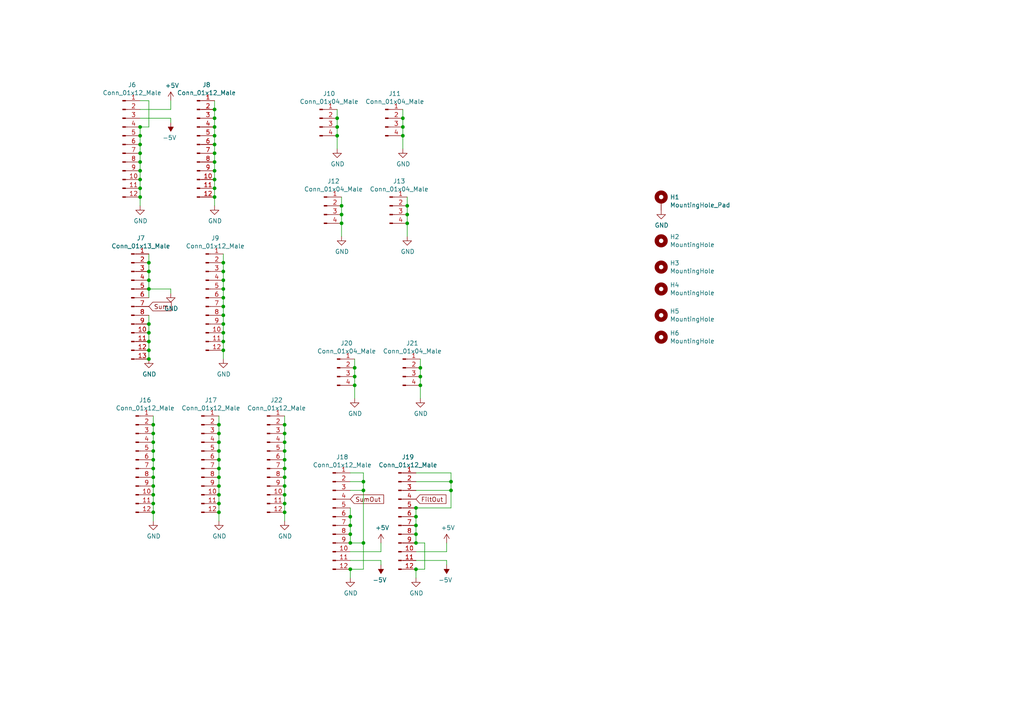
<source format=kicad_sch>
(kicad_sch (version 20211123) (generator eeschema)
  (paper "A4")
  (lib_symbols
    (symbol "Connector:Conn_01x04_Male" (pin_names (offset 1.016) hide)
      (property "Reference" "J" (at 0 5.08 0))
      (property "Value" "Conn_01x04_Male" (at 0 -7.62 0))
      (symbol "Conn_01x04_Male_1_1"
        (polyline (pts (xy 1.27 -5.08) (xy 0.8636 -5.08)) (stroke (width 0.1524)))
        (polyline (pts (xy 1.27 -2.54) (xy 0.8636 -2.54)) (stroke (width 0.1524)))
        (polyline (pts (xy 1.27 0) (xy 0.8636 0)) (stroke (width 0.1524)))
        (polyline (pts (xy 1.27 2.54) (xy 0.8636 2.54)) (stroke (width 0.1524)))
        (rectangle (start 0.8636 -4.953) (end 0 -5.207) (stroke (width 0.1524)) (fill (type outline)))
        (rectangle (start 0.8636 -2.413) (end 0 -2.667) (stroke (width 0.1524)) (fill (type outline)))
        (rectangle (start 0.8636 0.127) (end 0 -0.127) (stroke (width 0.1524)) (fill (type outline)))
        (rectangle (start 0.8636 2.667) (end 0 2.413) (stroke (width 0.1524)) (fill (type outline)))
        (pin passive line (at 5.08 2.54 180) (length 3.81) (name "Pin_1") (number "1"))
        (pin passive line (at 5.08 0 180) (length 3.81) (name "Pin_2") (number "2"))
        (pin passive line (at 5.08 -2.54 180) (length 3.81) (name "Pin_3") (number "3"))
        (pin passive line (at 5.08 -5.08 180) (length 3.81) (name "Pin_4") (number "4"))
      )
    )
    (symbol "Connector:Conn_01x12_Male" (pin_names (offset 1.016) hide)
      (property "Reference" "J" (at 0 15.24 0))
      (property "Value" "Conn_01x12_Male" (at 0 -17.78 0))
      (symbol "Conn_01x12_Male_1_1"
        (polyline (pts (xy 1.27 -15.24) (xy 0.8636 -15.24)) (stroke (width 0.1524)))
        (polyline (pts (xy 1.27 -12.7) (xy 0.8636 -12.7)) (stroke (width 0.1524)))
        (polyline (pts (xy 1.27 -10.16) (xy 0.8636 -10.16)) (stroke (width 0.1524)))
        (polyline (pts (xy 1.27 -7.62) (xy 0.8636 -7.62)) (stroke (width 0.1524)))
        (polyline (pts (xy 1.27 -5.08) (xy 0.8636 -5.08)) (stroke (width 0.1524)))
        (polyline (pts (xy 1.27 -2.54) (xy 0.8636 -2.54)) (stroke (width 0.1524)))
        (polyline (pts (xy 1.27 0) (xy 0.8636 0)) (stroke (width 0.1524)))
        (polyline (pts (xy 1.27 2.54) (xy 0.8636 2.54)) (stroke (width 0.1524)))
        (polyline (pts (xy 1.27 5.08) (xy 0.8636 5.08)) (stroke (width 0.1524)))
        (polyline (pts (xy 1.27 7.62) (xy 0.8636 7.62)) (stroke (width 0.1524)))
        (polyline (pts (xy 1.27 10.16) (xy 0.8636 10.16)) (stroke (width 0.1524)))
        (polyline (pts (xy 1.27 12.7) (xy 0.8636 12.7)) (stroke (width 0.1524)))
        (rectangle (start 0.8636 -15.113) (end 0 -15.367) (stroke (width 0.1524)) (fill (type outline)))
        (rectangle (start 0.8636 -12.573) (end 0 -12.827) (stroke (width 0.1524)) (fill (type outline)))
        (rectangle (start 0.8636 -10.033) (end 0 -10.287) (stroke (width 0.1524)) (fill (type outline)))
        (rectangle (start 0.8636 -7.493) (end 0 -7.747) (stroke (width 0.1524)) (fill (type outline)))
        (rectangle (start 0.8636 -4.953) (end 0 -5.207) (stroke (width 0.1524)) (fill (type outline)))
        (rectangle (start 0.8636 -2.413) (end 0 -2.667) (stroke (width 0.1524)) (fill (type outline)))
        (rectangle (start 0.8636 0.127) (end 0 -0.127) (stroke (width 0.1524)) (fill (type outline)))
        (rectangle (start 0.8636 2.667) (end 0 2.413) (stroke (width 0.1524)) (fill (type outline)))
        (rectangle (start 0.8636 5.207) (end 0 4.953) (stroke (width 0.1524)) (fill (type outline)))
        (rectangle (start 0.8636 7.747) (end 0 7.493) (stroke (width 0.1524)) (fill (type outline)))
        (rectangle (start 0.8636 10.287) (end 0 10.033) (stroke (width 0.1524)) (fill (type outline)))
        (rectangle (start 0.8636 12.827) (end 0 12.573) (stroke (width 0.1524)) (fill (type outline)))
        (pin passive line (at 5.08 12.7 180) (length 3.81) (name "Pin_1") (number "1"))
        (pin passive line (at 5.08 -10.16 180) (length 3.81) (name "Pin_10") (number "10"))
        (pin passive line (at 5.08 -12.7 180) (length 3.81) (name "Pin_11") (number "11"))
        (pin passive line (at 5.08 -15.24 180) (length 3.81) (name "Pin_12") (number "12"))
        (pin passive line (at 5.08 10.16 180) (length 3.81) (name "Pin_2") (number "2"))
        (pin passive line (at 5.08 7.62 180) (length 3.81) (name "Pin_3") (number "3"))
        (pin passive line (at 5.08 5.08 180) (length 3.81) (name "Pin_4") (number "4"))
        (pin passive line (at 5.08 2.54 180) (length 3.81) (name "Pin_5") (number "5"))
        (pin passive line (at 5.08 0 180) (length 3.81) (name "Pin_6") (number "6"))
        (pin passive line (at 5.08 -2.54 180) (length 3.81) (name "Pin_7") (number "7"))
        (pin passive line (at 5.08 -5.08 180) (length 3.81) (name "Pin_8") (number "8"))
        (pin passive line (at 5.08 -7.62 180) (length 3.81) (name "Pin_9") (number "9"))
      )
    )
    (symbol "Connector:Conn_01x13_Male" (pin_names (offset 1.016) hide)
      (property "Reference" "J" (at 0 17.78 0))
      (property "Value" "Conn_01x13_Male" (at 0 -17.78 0))
      (symbol "Conn_01x13_Male_1_1"
        (polyline (pts (xy 1.27 -15.24) (xy 0.8636 -15.24)) (stroke (width 0.1524)))
        (polyline (pts (xy 1.27 -12.7) (xy 0.8636 -12.7)) (stroke (width 0.1524)))
        (polyline (pts (xy 1.27 -10.16) (xy 0.8636 -10.16)) (stroke (width 0.1524)))
        (polyline (pts (xy 1.27 -7.62) (xy 0.8636 -7.62)) (stroke (width 0.1524)))
        (polyline (pts (xy 1.27 -5.08) (xy 0.8636 -5.08)) (stroke (width 0.1524)))
        (polyline (pts (xy 1.27 -2.54) (xy 0.8636 -2.54)) (stroke (width 0.1524)))
        (polyline (pts (xy 1.27 0) (xy 0.8636 0)) (stroke (width 0.1524)))
        (polyline (pts (xy 1.27 2.54) (xy 0.8636 2.54)) (stroke (width 0.1524)))
        (polyline (pts (xy 1.27 5.08) (xy 0.8636 5.08)) (stroke (width 0.1524)))
        (polyline (pts (xy 1.27 7.62) (xy 0.8636 7.62)) (stroke (width 0.1524)))
        (polyline (pts (xy 1.27 10.16) (xy 0.8636 10.16)) (stroke (width 0.1524)))
        (polyline (pts (xy 1.27 12.7) (xy 0.8636 12.7)) (stroke (width 0.1524)))
        (polyline (pts (xy 1.27 15.24) (xy 0.8636 15.24)) (stroke (width 0.1524)))
        (rectangle (start 0.8636 -15.113) (end 0 -15.367) (stroke (width 0.1524)) (fill (type outline)))
        (rectangle (start 0.8636 -12.573) (end 0 -12.827) (stroke (width 0.1524)) (fill (type outline)))
        (rectangle (start 0.8636 -10.033) (end 0 -10.287) (stroke (width 0.1524)) (fill (type outline)))
        (rectangle (start 0.8636 -7.493) (end 0 -7.747) (stroke (width 0.1524)) (fill (type outline)))
        (rectangle (start 0.8636 -4.953) (end 0 -5.207) (stroke (width 0.1524)) (fill (type outline)))
        (rectangle (start 0.8636 -2.413) (end 0 -2.667) (stroke (width 0.1524)) (fill (type outline)))
        (rectangle (start 0.8636 0.127) (end 0 -0.127) (stroke (width 0.1524)) (fill (type outline)))
        (rectangle (start 0.8636 2.667) (end 0 2.413) (stroke (width 0.1524)) (fill (type outline)))
        (rectangle (start 0.8636 5.207) (end 0 4.953) (stroke (width 0.1524)) (fill (type outline)))
        (rectangle (start 0.8636 7.747) (end 0 7.493) (stroke (width 0.1524)) (fill (type outline)))
        (rectangle (start 0.8636 10.287) (end 0 10.033) (stroke (width 0.1524)) (fill (type outline)))
        (rectangle (start 0.8636 12.827) (end 0 12.573) (stroke (width 0.1524)) (fill (type outline)))
        (rectangle (start 0.8636 15.367) (end 0 15.113) (stroke (width 0.1524)) (fill (type outline)))
        (pin passive line (at 5.08 15.24 180) (length 3.81) (name "Pin_1") (number "1"))
        (pin passive line (at 5.08 -7.62 180) (length 3.81) (name "Pin_10") (number "10"))
        (pin passive line (at 5.08 -10.16 180) (length 3.81) (name "Pin_11") (number "11"))
        (pin passive line (at 5.08 -12.7 180) (length 3.81) (name "Pin_12") (number "12"))
        (pin passive line (at 5.08 -15.24 180) (length 3.81) (name "Pin_13") (number "13"))
        (pin passive line (at 5.08 12.7 180) (length 3.81) (name "Pin_2") (number "2"))
        (pin passive line (at 5.08 10.16 180) (length 3.81) (name "Pin_3") (number "3"))
        (pin passive line (at 5.08 7.62 180) (length 3.81) (name "Pin_4") (number "4"))
        (pin passive line (at 5.08 5.08 180) (length 3.81) (name "Pin_5") (number "5"))
        (pin passive line (at 5.08 2.54 180) (length 3.81) (name "Pin_6") (number "6"))
        (pin passive line (at 5.08 0 180) (length 3.81) (name "Pin_7") (number "7"))
        (pin passive line (at 5.08 -2.54 180) (length 3.81) (name "Pin_8") (number "8"))
        (pin passive line (at 5.08 -5.08 180) (length 3.81) (name "Pin_9") (number "9"))
      )
    )
    (symbol "Mechanical:MountingHole" (pin_names (offset 1.016))
      (property "Reference" "H" (at 0 5.08 0))
      (property "Value" "MountingHole" (at 0 3.175 0))
      (symbol "MountingHole_0_1"
        (circle (center 0 0) (radius 1.27) (stroke (width 1.27)))
      )
    )
    (symbol "Mechanical:MountingHole_Pad" (pin_numbers hide) (pin_names (offset 1.016) hide)
      (property "Reference" "H" (at 0 6.35 0))
      (property "Value" "MountingHole_Pad" (at 0 4.445 0))
      (symbol "MountingHole_Pad_0_1"
        (circle (center 0 1.27) (radius 1.27) (stroke (width 1.27)))
      )
      (symbol "MountingHole_Pad_1_1"
        (pin input line (at 0 -2.54 90) (length 2.54) (name "1") (number "1"))
      )
    )
    (symbol "power:+5V" (power) (pin_names (offset 0))
      (property "Value" "+5V" (at 0 3.556 0))
      (symbol "+5V_0_1"
        (polyline (pts (xy -0.762 1.27) (xy 0 2.54)))
        (polyline (pts (xy 0 0) (xy 0 2.54)))
        (polyline (pts (xy 0 2.54) (xy 0.762 1.27)))
      )
      (symbol "+5V_1_1"
        (pin power_in line (at 0 0 90) (length 0) hide (name "+5V") (number "1"))
      )
    )
    (symbol "power:-5V" (power) (pin_names (offset 0))
      (property "Value" "-5V" (at 0 3.81 0))
      (symbol "-5V_0_0"
        (pin power_in line (at 0 0 90) (length 0) hide (name "-5V") (number "1"))
      )
      (symbol "-5V_0_1"
        (polyline (pts (xy 0 0) (xy 0 1.27) (xy 0.762 1.27) (xy 0 2.54) (xy -0.762 1.27) (xy 0 1.27)) (fill (type outline)))
      )
    )
    (symbol "power:GND" (power) (pin_names (offset 0))
      (property "Value" "GND" (at 0 -3.81 0))
      (symbol "GND_0_1"
        (polyline (pts (xy 0 0) (xy 0 -1.27) (xy 1.27 -1.27) (xy 0 -2.54) (xy -1.27 -1.27) (xy 0 -1.27)))
      )
      (symbol "GND_1_1"
        (pin power_in line (at 0 0 270) (length 0) hide (name "GND") (number "1"))
      )
    )
  )
  (junction (at 44.45 148.59))
  (junction (at 120.65 147.32))
  (junction (at 63.5 143.51))
  (junction (at 40.64 57.15))
  (junction (at 101.6 157.48))
  (junction (at 40.64 44.45))
  (junction (at 82.55 123.19))
  (junction (at 44.45 123.19))
  (junction (at 101.6 154.94))
  (junction (at 99.06 62.23))
  (junction (at 120.65 157.48))
  (junction (at 63.5 146.05))
  (junction (at 82.55 148.59))
  (junction (at 116.84 36.83))
  (junction (at 130.81 139.7))
  (junction (at 63.5 125.73))
  (junction (at 64.77 86.36))
  (junction (at 43.18 81.28))
  (junction (at 40.64 49.53))
  (junction (at 44.45 133.35))
  (junction (at 44.45 135.89))
  (junction (at 44.45 140.97))
  (junction (at 82.55 138.43))
  (junction (at 101.6 165.1))
  (junction (at 82.55 135.89))
  (junction (at 64.77 101.6))
  (junction (at 102.87 106.68))
  (junction (at 102.87 109.22))
  (junction (at 64.77 91.44))
  (junction (at 64.77 99.06))
  (junction (at 120.65 149.86))
  (junction (at 62.23 46.99))
  (junction (at 105.41 142.24))
  (junction (at 44.45 138.43))
  (junction (at 63.5 130.81))
  (junction (at 40.64 52.07))
  (junction (at 44.45 143.51))
  (junction (at 99.06 59.69))
  (junction (at 40.64 36.83))
  (junction (at 64.77 83.82))
  (junction (at 121.92 106.68))
  (junction (at 105.41 157.48))
  (junction (at 40.64 39.37))
  (junction (at 102.87 111.76))
  (junction (at 118.11 62.23))
  (junction (at 120.65 165.1))
  (junction (at 43.18 101.6))
  (junction (at 44.45 125.73))
  (junction (at 43.18 104.14))
  (junction (at 99.06 64.77))
  (junction (at 130.81 142.24))
  (junction (at 120.65 152.4))
  (junction (at 116.84 39.37))
  (junction (at 97.79 34.29))
  (junction (at 118.11 64.77))
  (junction (at 64.77 96.52))
  (junction (at 97.79 36.83))
  (junction (at 101.6 152.4))
  (junction (at 82.55 130.81))
  (junction (at 62.23 57.15))
  (junction (at 63.5 148.59))
  (junction (at 62.23 41.91))
  (junction (at 40.64 41.91))
  (junction (at 62.23 39.37))
  (junction (at 40.64 54.61))
  (junction (at 43.18 78.74))
  (junction (at 82.55 125.73))
  (junction (at 64.77 81.28))
  (junction (at 63.5 140.97))
  (junction (at 82.55 140.97))
  (junction (at 82.55 128.27))
  (junction (at 63.5 133.35))
  (junction (at 62.23 36.83))
  (junction (at 121.92 109.22))
  (junction (at 63.5 135.89))
  (junction (at 40.64 46.99))
  (junction (at 62.23 54.61))
  (junction (at 82.55 146.05))
  (junction (at 105.41 139.7))
  (junction (at 43.18 99.06))
  (junction (at 63.5 123.19))
  (junction (at 82.55 133.35))
  (junction (at 44.45 146.05))
  (junction (at 62.23 49.53))
  (junction (at 43.18 96.52))
  (junction (at 64.77 93.98))
  (junction (at 62.23 52.07))
  (junction (at 64.77 88.9))
  (junction (at 43.18 93.98))
  (junction (at 120.65 154.94))
  (junction (at 116.84 34.29))
  (junction (at 43.18 83.82))
  (junction (at 63.5 138.43))
  (junction (at 44.45 128.27))
  (junction (at 121.92 111.76))
  (junction (at 118.11 59.69))
  (junction (at 62.23 31.75))
  (junction (at 62.23 44.45))
  (junction (at 43.18 76.2))
  (junction (at 44.45 130.81))
  (junction (at 63.5 128.27))
  (junction (at 62.23 34.29))
  (junction (at 97.79 39.37))
  (junction (at 82.55 143.51))
  (junction (at 64.77 76.2))
  (junction (at 64.77 78.74))
  (junction (at 101.6 149.86))
  (wire (pts (xy 43.18 93.98) (xy 43.18 96.52)))
  (wire (pts (xy 44.45 133.35) (xy 44.45 135.89)))
  (wire (pts (xy 102.87 111.76) (xy 102.87 115.57)))
  (wire (pts (xy 43.18 101.6) (xy 43.18 104.14)))
  (wire (pts (xy 64.77 93.98) (xy 64.77 96.52)))
  (wire (pts (xy 63.5 133.35) (xy 63.5 135.89)))
  (wire (pts (xy 116.84 39.37) (xy 116.84 43.18)))
  (wire (pts (xy 101.6 154.94) (xy 101.6 157.48)))
  (wire (pts (xy 43.18 81.28) (xy 43.18 83.82)))
  (wire (pts (xy 120.65 137.16) (xy 130.81 137.16)))
  (wire (pts (xy 64.77 88.9) (xy 64.77 91.44)))
  (wire (pts (xy 62.23 36.83) (xy 62.23 39.37)))
  (wire (pts (xy 82.55 143.51) (xy 82.55 146.05)))
  (wire (pts (xy 105.41 142.24) (xy 101.6 142.24)))
  (wire (pts (xy 101.6 160.02) (xy 110.49 160.02)))
  (wire (pts (xy 82.55 125.73) (xy 82.55 128.27)))
  (wire (pts (xy 63.5 130.81) (xy 63.5 133.35)))
  (wire (pts (xy 120.65 162.56) (xy 129.54 162.56)))
  (wire (pts (xy 43.18 91.44) (xy 43.18 93.98)))
  (wire (pts (xy 82.55 130.81) (xy 82.55 133.35)))
  (wire (pts (xy 63.5 138.43) (xy 63.5 140.97)))
  (wire (pts (xy 102.87 109.22) (xy 102.87 111.76)))
  (wire (pts (xy 63.5 128.27) (xy 63.5 130.81)))
  (wire (pts (xy 102.87 104.14) (xy 102.87 106.68)))
  (wire (pts (xy 110.49 162.56) (xy 110.49 163.83)))
  (wire (pts (xy 43.18 83.82) (xy 43.18 86.36)))
  (wire (pts (xy 40.64 57.15) (xy 40.64 59.69)))
  (wire (pts (xy 99.06 59.69) (xy 99.06 62.23)))
  (wire (pts (xy 64.77 86.36) (xy 64.77 88.9)))
  (wire (pts (xy 120.65 152.4) (xy 120.65 154.94)))
  (wire (pts (xy 101.6 157.48) (xy 105.41 157.48)))
  (wire (pts (xy 118.11 59.69) (xy 118.11 62.23)))
  (wire (pts (xy 63.5 120.65) (xy 63.5 123.19)))
  (wire (pts (xy 118.11 62.23) (xy 118.11 64.77)))
  (wire (pts (xy 120.65 154.94) (xy 120.65 157.48)))
  (wire (pts (xy 62.23 49.53) (xy 62.23 52.07)))
  (wire (pts (xy 101.6 149.86) (xy 101.6 152.4)))
  (wire (pts (xy 43.18 99.06) (xy 43.18 101.6)))
  (wire (pts (xy 64.77 99.06) (xy 64.77 101.6)))
  (wire (pts (xy 44.45 123.19) (xy 44.45 125.73)))
  (wire (pts (xy 40.64 44.45) (xy 40.64 46.99)))
  (wire (pts (xy 120.65 157.48) (xy 123.19 157.48)))
  (wire (pts (xy 82.55 133.35) (xy 82.55 135.89)))
  (wire (pts (xy 64.77 96.52) (xy 64.77 99.06)))
  (wire (pts (xy 120.65 149.86) (xy 120.65 152.4)))
  (wire (pts (xy 43.18 76.2) (xy 43.18 78.74)))
  (wire (pts (xy 101.6 152.4) (xy 101.6 154.94)))
  (wire (pts (xy 63.5 146.05) (xy 63.5 148.59)))
  (wire (pts (xy 82.55 120.65) (xy 82.55 123.19)))
  (wire (pts (xy 40.64 34.29) (xy 49.53 34.29)))
  (wire (pts (xy 97.79 31.75) (xy 97.79 34.29)))
  (wire (pts (xy 64.77 81.28) (xy 64.77 83.82)))
  (wire (pts (xy 105.41 165.1) (xy 101.6 165.1)))
  (wire (pts (xy 44.45 148.59) (xy 44.45 151.13)))
  (wire (pts (xy 129.54 160.02) (xy 129.54 157.48)))
  (wire (pts (xy 130.81 147.32) (xy 130.81 142.24)))
  (wire (pts (xy 40.64 54.61) (xy 40.64 57.15)))
  (wire (pts (xy 62.23 29.21) (xy 62.23 31.75)))
  (wire (pts (xy 44.45 130.81) (xy 44.45 133.35)))
  (wire (pts (xy 62.23 46.99) (xy 62.23 49.53)))
  (wire (pts (xy 129.54 162.56) (xy 129.54 163.83)))
  (wire (pts (xy 97.79 36.83) (xy 97.79 39.37)))
  (wire (pts (xy 64.77 73.66) (xy 64.77 76.2)))
  (wire (pts (xy 97.79 34.29) (xy 97.79 36.83)))
  (wire (pts (xy 121.92 109.22) (xy 121.92 111.76)))
  (wire (pts (xy 82.55 123.19) (xy 82.55 125.73)))
  (wire (pts (xy 44.45 138.43) (xy 44.45 140.97)))
  (wire (pts (xy 40.64 31.75) (xy 49.53 31.75)))
  (wire (pts (xy 62.23 54.61) (xy 62.23 57.15)))
  (wire (pts (xy 116.84 36.83) (xy 116.84 39.37)))
  (wire (pts (xy 62.23 52.07) (xy 62.23 54.61)))
  (wire (pts (xy 99.06 62.23) (xy 99.06 64.77)))
  (wire (pts (xy 43.18 83.82) (xy 49.53 83.82)))
  (wire (pts (xy 40.64 36.83) (xy 40.64 39.37)))
  (wire (pts (xy 99.06 57.15) (xy 99.06 59.69)))
  (wire (pts (xy 64.77 101.6) (xy 64.77 104.14)))
  (wire (pts (xy 121.92 111.76) (xy 121.92 115.57)))
  (wire (pts (xy 82.55 146.05) (xy 82.55 148.59)))
  (wire (pts (xy 101.6 165.1) (xy 101.6 167.64)))
  (wire (pts (xy 63.5 123.19) (xy 63.5 125.73)))
  (wire (pts (xy 123.19 157.48) (xy 123.19 165.1)))
  (wire (pts (xy 44.45 135.89) (xy 44.45 138.43)))
  (wire (pts (xy 49.53 34.29) (xy 49.53 35.56)))
  (wire (pts (xy 63.5 140.97) (xy 63.5 143.51)))
  (wire (pts (xy 101.6 139.7) (xy 105.41 139.7)))
  (wire (pts (xy 63.5 125.73) (xy 63.5 128.27)))
  (wire (pts (xy 130.81 139.7) (xy 130.81 142.24)))
  (wire (pts (xy 62.23 39.37) (xy 62.23 41.91)))
  (wire (pts (xy 64.77 83.82) (xy 64.77 86.36)))
  (wire (pts (xy 44.45 125.73) (xy 44.45 128.27)))
  (wire (pts (xy 64.77 76.2) (xy 64.77 78.74)))
  (wire (pts (xy 43.18 73.66) (xy 43.18 76.2)))
  (wire (pts (xy 62.23 31.75) (xy 62.23 34.29)))
  (wire (pts (xy 40.64 49.53) (xy 40.64 52.07)))
  (wire (pts (xy 102.87 106.68) (xy 102.87 109.22)))
  (wire (pts (xy 62.23 44.45) (xy 62.23 46.99)))
  (wire (pts (xy 118.11 57.15) (xy 118.11 59.69)))
  (wire (pts (xy 49.53 83.82) (xy 49.53 85.09)))
  (wire (pts (xy 121.92 104.14) (xy 121.92 106.68)))
  (wire (pts (xy 40.64 46.99) (xy 40.64 49.53)))
  (wire (pts (xy 120.65 160.02) (xy 129.54 160.02)))
  (wire (pts (xy 110.49 160.02) (xy 110.49 157.48)))
  (wire (pts (xy 82.55 140.97) (xy 82.55 143.51)))
  (wire (pts (xy 105.41 137.16) (xy 105.41 139.7)))
  (wire (pts (xy 63.5 135.89) (xy 63.5 138.43)))
  (wire (pts (xy 82.55 135.89) (xy 82.55 138.43)))
  (wire (pts (xy 43.18 78.74) (xy 43.18 81.28)))
  (wire (pts (xy 40.64 52.07) (xy 40.64 54.61)))
  (wire (pts (xy 105.41 157.48) (xy 105.41 165.1)))
  (wire (pts (xy 82.55 148.59) (xy 82.55 151.13)))
  (wire (pts (xy 63.5 148.59) (xy 63.5 151.13)))
  (wire (pts (xy 49.53 31.75) (xy 49.53 29.21)))
  (wire (pts (xy 101.6 137.16) (xy 105.41 137.16)))
  (wire (pts (xy 99.06 64.77) (xy 99.06 68.58)))
  (wire (pts (xy 82.55 128.27) (xy 82.55 130.81)))
  (wire (pts (xy 44.45 128.27) (xy 44.45 130.81)))
  (wire (pts (xy 62.23 34.29) (xy 62.23 36.83)))
  (wire (pts (xy 101.6 147.32) (xy 101.6 149.86)))
  (wire (pts (xy 40.64 41.91) (xy 40.64 44.45)))
  (wire (pts (xy 120.65 165.1) (xy 120.65 167.64)))
  (wire (pts (xy 43.18 36.83) (xy 40.64 36.83)))
  (wire (pts (xy 105.41 157.48) (xy 105.41 142.24)))
  (wire (pts (xy 130.81 142.24) (xy 120.65 142.24)))
  (wire (pts (xy 40.64 29.21) (xy 43.18 29.21)))
  (wire (pts (xy 118.11 64.77) (xy 118.11 68.58)))
  (wire (pts (xy 43.18 29.21) (xy 43.18 36.83)))
  (wire (pts (xy 40.64 39.37) (xy 40.64 41.91)))
  (wire (pts (xy 64.77 91.44) (xy 64.77 93.98)))
  (wire (pts (xy 82.55 138.43) (xy 82.55 140.97)))
  (wire (pts (xy 116.84 31.75) (xy 116.84 34.29)))
  (wire (pts (xy 101.6 162.56) (xy 110.49 162.56)))
  (wire (pts (xy 44.45 143.51) (xy 44.45 146.05)))
  (wire (pts (xy 43.18 96.52) (xy 43.18 99.06)))
  (wire (pts (xy 62.23 57.15) (xy 62.23 59.69)))
  (wire (pts (xy 105.41 139.7) (xy 105.41 142.24)))
  (wire (pts (xy 120.65 147.32) (xy 130.81 147.32)))
  (wire (pts (xy 120.65 147.32) (xy 120.65 149.86)))
  (wire (pts (xy 123.19 165.1) (xy 120.65 165.1)))
  (wire (pts (xy 120.65 139.7) (xy 130.81 139.7)))
  (wire (pts (xy 44.45 140.97) (xy 44.45 143.51)))
  (wire (pts (xy 130.81 137.16) (xy 130.81 139.7)))
  (wire (pts (xy 44.45 120.65) (xy 44.45 123.19)))
  (wire (pts (xy 44.45 146.05) (xy 44.45 148.59)))
  (wire (pts (xy 116.84 34.29) (xy 116.84 36.83)))
  (wire (pts (xy 63.5 143.51) (xy 63.5 146.05)))
  (wire (pts (xy 64.77 78.74) (xy 64.77 81.28)))
  (wire (pts (xy 121.92 106.68) (xy 121.92 109.22)))
  (wire (pts (xy 97.79 39.37) (xy 97.79 43.18)))
  (wire (pts (xy 62.23 41.91) (xy 62.23 44.45)))
  (global_label "Sum" (shape input) (at 43.18 88.9 0) (property "Intersheet References" "${INTERSHEET_REFS}" (effects hide)))
  (global_label "SumOut" (shape input) (at 101.6 144.78 0) (property "Intersheet References" "${INTERSHEET_REFS}" (effects hide)))
  (global_label "FiltOut" (shape input) (at 120.65 144.78 0) (property "Intersheet References" "${INTERSHEET_REFS}" (effects hide)))
  (symbol (lib_id "Connector:Conn_01x12_Male") (at 35.56 41.91 0) (unit 1)
    (property "Reference" "J6" (at 38.3032 24.6126 0))
    (property "Value" "Conn_01x12_Male" (at 38.3032 26.924 0))
    (property "Footprint" "Connector_PinHeader_2.54mm:PinHeader_1x12_P2.54mm_Vertical" (effects hide))
  )
  (symbol (lib_id "power:GND") (at 40.64 59.69 0) (unit 1)
    (property "Reference" "#PWR0138" (effects hide))
    (property "Value" "GND" (at 40.767 64.0842 0))
  )
  (symbol (lib_id "Connector:Conn_01x12_Male") (at 57.15 41.91 0) (unit 1)
    (property "Reference" "J8" (at 59.8932 24.6126 0))
    (property "Value" "Conn_01x12_Male" (at 59.8932 26.924 0))
    (property "Footprint" "Connector_PinHeader_2.54mm:PinHeader_1x12_P2.54mm_Vertical" (effects hide))
  )
  (symbol (lib_id "power:GND") (at 62.23 59.69 0) (unit 1)
    (property "Reference" "#PWR0139" (effects hide))
    (property "Value" "GND" (at 62.357 64.0842 0))
  )
  (symbol (lib_id "power:GND") (at 43.18 104.14 0) (unit 1)
    (property "Reference" "#PWR0140" (effects hide))
    (property "Value" "GND" (at 43.307 108.5342 0))
  )
  (symbol (lib_id "Connector:Conn_01x12_Male") (at 59.69 86.36 0) (unit 1)
    (property "Reference" "J9" (at 62.4332 69.0626 0))
    (property "Value" "Conn_01x12_Male" (at 62.4332 71.374 0))
    (property "Footprint" "Connector_PinHeader_2.54mm:PinHeader_1x12_P2.54mm_Vertical" (effects hide))
  )
  (symbol (lib_id "power:GND") (at 64.77 104.14 0) (unit 1)
    (property "Reference" "#PWR0141" (effects hide))
    (property "Value" "GND" (at 64.897 108.5342 0))
  )
  (symbol (lib_id "Connector:Conn_01x04_Male") (at 92.71 34.29 0) (unit 1)
    (property "Reference" "J10" (at 95.4532 27.1526 0))
    (property "Value" "Conn_01x04_Male" (at 95.4532 29.464 0))
    (property "Footprint" "Connector_PinHeader_2.54mm:PinHeader_1x04_P2.54mm_Vertical" (effects hide))
  )
  (symbol (lib_id "power:GND") (at 97.79 43.18 0) (unit 1)
    (property "Reference" "#PWR0142" (effects hide))
    (property "Value" "GND" (at 97.917 47.5742 0))
  )
  (symbol (lib_id "Connector:Conn_01x04_Male") (at 111.76 34.29 0) (unit 1)
    (property "Reference" "J11" (at 114.5032 27.1526 0))
    (property "Value" "Conn_01x04_Male" (at 114.5032 29.464 0))
    (property "Footprint" "Connector_PinHeader_2.54mm:PinHeader_1x04_P2.54mm_Vertical" (effects hide))
  )
  (symbol (lib_id "power:GND") (at 116.84 43.18 0) (unit 1)
    (property "Reference" "#PWR0143" (effects hide))
    (property "Value" "GND" (at 116.967 47.5742 0))
  )
  (symbol (lib_id "Connector:Conn_01x13_Male") (at 38.1 88.9 0) (unit 1)
    (property "Reference" "J7" (at 40.8432 69.0626 0))
    (property "Value" "Conn_01x13_Male" (at 40.8432 71.374 0))
    (property "Footprint" "Connector_PinHeader_2.54mm:PinHeader_1x13_P2.54mm_Vertical" (effects hide))
  )
  (symbol (lib_id "power:GND") (at 49.53 85.09 0) (unit 1)
    (property "Reference" "#PWR0144" (effects hide))
    (property "Value" "GND" (at 49.657 89.4842 0))
  )
  (symbol (lib_id "Connector:Conn_01x04_Male") (at 93.98 59.69 0) (unit 1)
    (property "Reference" "J12" (at 96.7232 52.5526 0))
    (property "Value" "Conn_01x04_Male" (at 96.7232 54.864 0))
    (property "Footprint" "Connector_PinHeader_2.54mm:PinHeader_1x04_P2.54mm_Vertical" (effects hide))
  )
  (symbol (lib_id "power:GND") (at 99.06 68.58 0) (unit 1)
    (property "Reference" "#PWR0145" (effects hide))
    (property "Value" "GND" (at 99.187 72.9742 0))
  )
  (symbol (lib_id "Connector:Conn_01x04_Male") (at 113.03 59.69 0) (unit 1)
    (property "Reference" "J13" (at 115.7732 52.5526 0))
    (property "Value" "Conn_01x04_Male" (at 115.7732 54.864 0))
    (property "Footprint" "Connector_PinHeader_2.54mm:PinHeader_1x04_P2.54mm_Vertical" (effects hide))
  )
  (symbol (lib_id "power:GND") (at 118.11 68.58 0) (unit 1)
    (property "Reference" "#PWR0146" (effects hide))
    (property "Value" "GND" (at 118.237 72.9742 0))
  )
  (symbol (lib_id "Connector:Conn_01x12_Male") (at 39.37 133.35 0) (unit 1)
    (property "Reference" "J16" (at 42.1132 116.0526 0))
    (property "Value" "Conn_01x12_Male" (at 42.1132 118.364 0))
    (property "Footprint" "Connector_PinHeader_2.54mm:PinHeader_1x12_P2.54mm_Vertical" (effects hide))
  )
  (symbol (lib_id "power:GND") (at 44.45 151.13 0) (unit 1)
    (property "Reference" "#PWR0172" (effects hide))
    (property "Value" "GND" (at 44.577 155.5242 0))
  )
  (symbol (lib_id "Connector:Conn_01x12_Male") (at 58.42 133.35 0) (unit 1)
    (property "Reference" "J17" (at 61.1632 116.0526 0))
    (property "Value" "Conn_01x12_Male" (at 61.1632 118.364 0))
    (property "Footprint" "Connector_PinHeader_2.54mm:PinHeader_1x12_P2.54mm_Vertical" (effects hide))
  )
  (symbol (lib_id "power:GND") (at 63.5 151.13 0) (unit 1)
    (property "Reference" "#PWR0173" (effects hide))
    (property "Value" "GND" (at 63.627 155.5242 0))
  )
  (symbol (lib_id "Connector:Conn_01x04_Male") (at 97.79 106.68 0) (unit 1)
    (property "Reference" "J20" (at 100.5332 99.5426 0))
    (property "Value" "Conn_01x04_Male" (at 100.5332 101.854 0))
    (property "Footprint" "Connector_PinHeader_2.54mm:PinHeader_1x04_P2.54mm_Vertical" (effects hide))
  )
  (symbol (lib_id "power:GND") (at 102.87 115.57 0) (unit 1)
    (property "Reference" "#PWR0176" (effects hide))
    (property "Value" "GND" (at 102.997 119.9642 0))
  )
  (symbol (lib_id "Connector:Conn_01x04_Male") (at 116.84 106.68 0) (unit 1)
    (property "Reference" "J21" (at 119.5832 99.5426 0))
    (property "Value" "Conn_01x04_Male" (at 119.5832 101.854 0))
    (property "Footprint" "Connector_PinHeader_2.54mm:PinHeader_1x04_P2.54mm_Vertical" (effects hide))
  )
  (symbol (lib_id "power:GND") (at 121.92 115.57 0) (unit 1)
    (property "Reference" "#PWR0177" (effects hide))
    (property "Value" "GND" (at 122.047 119.9642 0))
  )
  (symbol (lib_id "Connector:Conn_01x12_Male") (at 77.47 133.35 0) (unit 1)
    (property "Reference" "J22" (at 80.2132 116.0526 0))
    (property "Value" "Conn_01x12_Male" (at 80.2132 118.364 0))
    (property "Footprint" "Connector_PinHeader_2.54mm:PinHeader_1x12_P2.54mm_Vertical" (effects hide))
  )
  (symbol (lib_id "power:GND") (at 82.55 151.13 0) (unit 1)
    (property "Reference" "#PWR0178" (effects hide))
    (property "Value" "GND" (at 82.677 155.5242 0))
  )
  (symbol (lib_id "Connector:Conn_01x12_Male") (at 96.52 149.86 0) (unit 1)
    (property "Reference" "J18" (at 99.2632 132.5626 0))
    (property "Value" "Conn_01x12_Male" (at 99.2632 134.874 0))
    (property "Footprint" "Connector_PinHeader_2.54mm:PinHeader_1x12_P2.54mm_Vertical" (effects hide))
  )
  (symbol (lib_id "power:GND") (at 101.6 167.64 0) (unit 1)
    (property "Reference" "#PWR0174" (effects hide))
    (property "Value" "GND" (at 101.727 172.0342 0))
  )
  (symbol (lib_id "Connector:Conn_01x12_Male") (at 115.57 149.86 0) (unit 1)
    (property "Reference" "J19" (at 118.3132 132.5626 0))
    (property "Value" "Conn_01x12_Male" (at 118.3132 134.874 0))
    (property "Footprint" "Connector_PinHeader_2.54mm:PinHeader_1x12_P2.54mm_Vertical" (effects hide))
  )
  (symbol (lib_id "power:GND") (at 120.65 167.64 0) (unit 1)
    (property "Reference" "#PWR0175" (effects hide))
    (property "Value" "GND" (at 120.777 172.0342 0))
  )
  (symbol (lib_id "power:-5V") (at 129.54 163.83 180) (unit 1)
    (property "Reference" "#PWR0179" (effects hide))
    (property "Value" "-5V" (at 129.159 168.2242 0))
  )
  (symbol (lib_id "power:+5V") (at 129.54 157.48 0) (unit 1)
    (property "Reference" "#PWR0180" (effects hide))
    (property "Value" "+5V" (at 129.921 153.0858 0))
  )
  (symbol (lib_id "power:-5V") (at 110.49 163.83 180) (unit 1)
    (property "Reference" "#PWR0181" (effects hide))
    (property "Value" "-5V" (at 110.109 168.2242 0))
  )
  (symbol (lib_id "power:+5V") (at 110.49 157.48 0) (unit 1)
    (property "Reference" "#PWR0182" (effects hide))
    (property "Value" "+5V" (at 110.871 153.0858 0))
  )
  (symbol (lib_id "power:-5V") (at 49.53 35.56 180) (unit 1)
    (property "Reference" "#PWR0183" (effects hide))
    (property "Value" "-5V" (at 49.149 39.9542 0))
  )
  (symbol (lib_id "power:+5V") (at 49.53 29.21 0) (unit 1)
    (property "Reference" "#PWR0184" (effects hide))
    (property "Value" "+5V" (at 49.911 24.8158 0))
  )
  (symbol (lib_id "Mechanical:MountingHole_Pad") (at 191.77 58.42 0) (unit 1)
    (property "Reference" "H1" (at 194.31 57.1754 0) (effects (justify left)))
    (property "Value" "MountingHole_Pad" (at 194.31 59.4868 0) (effects (justify left)))
    (property "Footprint" "MountingHole:MountingHole_4.3mm_M4_DIN965_Pad" (effects hide))
  )
  (symbol (lib_id "Mechanical:MountingHole") (at 191.77 69.85 0) (unit 1)
    (property "Reference" "H2" (at 194.31 68.6816 0) (effects (justify left)))
    (property "Value" "MountingHole" (at 194.31 70.993 0) (effects (justify left)))
    (property "Footprint" "MountingHole:MountingHole_4.3mm_M4" (effects hide))
  )
  (symbol (lib_id "power:GND") (at 191.77 60.96 0) (unit 1)
    (property "Reference" "#PWR0186" (effects hide))
    (property "Value" "GND" (at 191.897 65.3542 0))
  )
  (symbol (lib_id "Mechanical:MountingHole") (at 191.77 77.47 0) (unit 1)
    (property "Reference" "H3" (at 194.31 76.3016 0) (effects (justify left)))
    (property "Value" "MountingHole" (at 194.31 78.613 0) (effects (justify left)))
    (property "Footprint" "MountingHole:MountingHole_4.3mm_M4" (effects hide))
  )
  (symbol (lib_id "Mechanical:MountingHole") (at 191.77 83.82 0) (unit 1)
    (property "Reference" "H4" (at 194.31 82.6516 0) (effects (justify left)))
    (property "Value" "MountingHole" (at 194.31 84.963 0) (effects (justify left)))
    (property "Footprint" "MountingHole:MountingHole_4.3mm_M4" (effects hide))
  )
  (symbol (lib_id "Mechanical:MountingHole") (at 191.77 91.44 0) (unit 1)
    (property "Reference" "H5" (at 194.31 90.2716 0) (effects (justify left)))
    (property "Value" "MountingHole" (at 194.31 92.583 0) (effects (justify left)))
    (property "Footprint" "MountingHole:MountingHole_4.3mm_M4" (effects hide))
  )
  (symbol (lib_id "Mechanical:MountingHole") (at 191.77 97.79 0) (unit 1)
    (property "Reference" "H6" (at 194.31 96.6216 0) (effects (justify left)))
    (property "Value" "MountingHole" (at 194.31 98.933 0) (effects (justify left)))
    (property "Footprint" "MountingHole:MountingHole_4.3mm_M4" (effects hide))
  )
)
</source>
